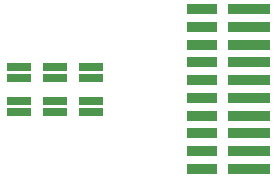
<source format=gts>
G04*
G04 #@! TF.GenerationSoftware,Altium Limited,Altium Designer,23.6.0 (18)*
G04*
G04 Layer_Color=8388736*
%FSLAX44Y44*%
%MOMM*%
G71*
G04*
G04 #@! TF.SameCoordinates,FE8EB53B-A1C7-40CC-A93C-7614493BD9FC*
G04*
G04*
G04 #@! TF.FilePolarity,Negative*
G04*
G01*
G75*
%ADD13R,3.5500X0.8500*%
%ADD14R,2.6500X0.8500*%
%ADD16R,2.1032X0.8032*%
D13*
X664210Y495710D02*
D03*
Y510710D02*
D03*
Y525710D02*
D03*
Y540710D02*
D03*
Y555710D02*
D03*
Y570710D02*
D03*
Y585710D02*
D03*
Y600710D02*
D03*
Y615710D02*
D03*
Y630710D02*
D03*
D14*
X625210Y495710D02*
D03*
Y510710D02*
D03*
Y525710D02*
D03*
Y540710D02*
D03*
Y555710D02*
D03*
Y570710D02*
D03*
Y585710D02*
D03*
Y600710D02*
D03*
Y615710D02*
D03*
Y630710D02*
D03*
D16*
X500380Y553140D02*
D03*
Y544140D02*
D03*
Y581660D02*
D03*
Y572660D02*
D03*
X469900Y581660D02*
D03*
Y572660D02*
D03*
X530860Y544140D02*
D03*
Y553140D02*
D03*
Y572660D02*
D03*
Y581660D02*
D03*
X469900Y544140D02*
D03*
Y553140D02*
D03*
M02*

</source>
